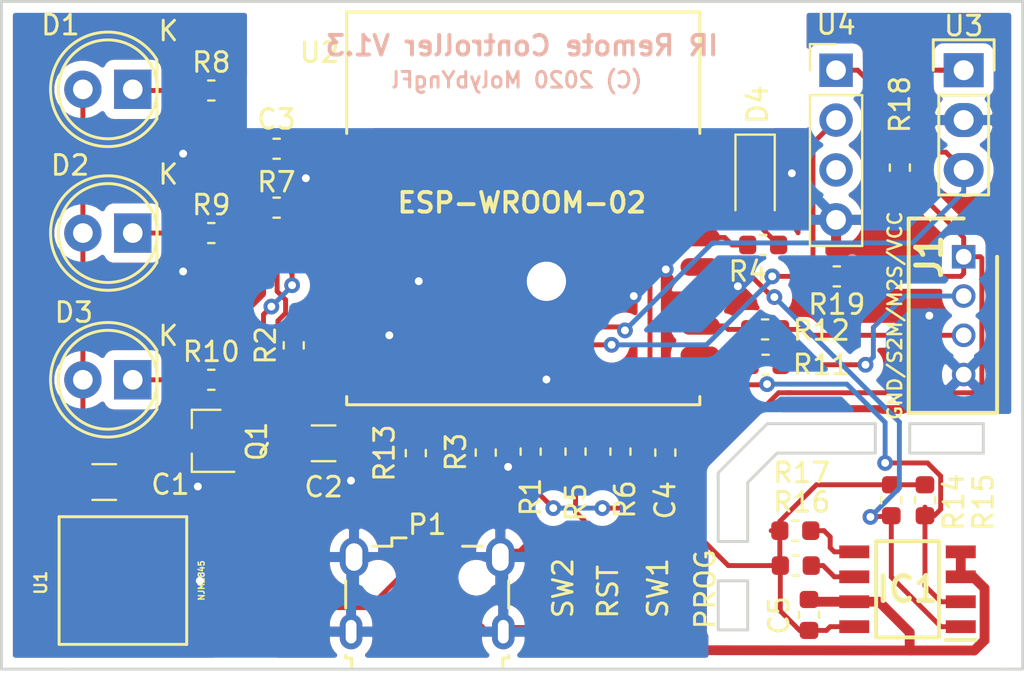
<source format=kicad_pcb>
(kicad_pcb (version 20171130) (host pcbnew "(5.1.5)-3")
  (layers (0 F.Cu signal) (31 B.Cu signal) (34 B.Paste user) (35 F.Paste user) (36 B.SilkS user) (37 F.SilkS user) (38 B.Mask user) (39 F.Mask user) (44 Edge.Cuts user))
  (net 0 "")
  (net 1 GND)
  (net 2 "Net-(C4-Pad1)")
  (net 3 "Net-(D1-Pad1)")
  (net 4 "Net-(D2-Pad1)")
  (net 5 "Net-(D3-Pad1)")
  (net 6 "Net-(Q1-Pad1)")
  (net 7 "Net-(Q1-Pad3)")
  (net 8 "Net-(R1-Pad2)")
  (net 9 "Net-(R2-Pad2)")
  (net 10 "Net-(R3-Pad1)")
  (net 11 "Net-(J1-Pad2)")
  (net 12 "Net-(J1-Pad3)")
  (net 13 "Net-(R12-Pad2)")
  (net 14 "Net-(R11-Pad2)")
  (net 15 "Net-(R13-Pad1)")
  (net 16 +5V)
  (net 17 +3V3)
  (net 18 "Net-(IC1-Pad1)")
  (net 19 "Net-(IC1-Pad2)")
  (net 20 "Net-(IC1-Pad5)")
  (net 21 "Net-(IC1-Pad6)")
  (net 22 "Net-(R5-Pad2)")
  (net 23 "Net-(D4-Pad1)")
  (net 24 "Net-(D4-Pad2)")
  (net 25 "Net-(R18-Pad2)")
  (net 26 "Net-(R19-Pad2)")
  (module SamacSys:SHDR4W60P0X200_1X4_990X450X600P (layer F.Cu) (at 178 82 90)
    (fp_text reference J1 (at 0 -1.75 90) (layer F.SilkS) (effects (font (size 1.27 1.27) (thickness 0.254))))
    (fp_text value "B4B-PH-K-S(LF)(SN)" hide)
    (pad 1 thru_hole rect (at 0 0 90) (size 1.2 1.2) (drill 0.8) (layers *.Cu *.Mask) (net 17 +3V3))
    (pad 2 thru_hole circle (at -2 0 90) (size 1.2 1.2) (drill 0.8) (layers *.Cu *.Mask) (net 11 "Net-(J1-Pad2)"))
    (pad 3 thru_hole circle (at -4 0 90) (size 1.2 1.2) (drill 0.8) (layers *.Cu *.Mask) (net 12 "Net-(J1-Pad3)"))
    (pad 4 thru_hole circle (at -6 0 90) (size 1.2 1.2) (drill 0.8) (layers *.Cu *.Mask) (net 1 GND))
  )
  (module Connector_PinHeader_2.54mm:PinHeader_1x04_P2.54mm_Vertical (layer F.Cu) (at 171.5 72.5)
    (fp_text reference U4 (at 0 -2.33) (layer F.SilkS))
    (fp_text value DHT11)
    (pad 4 thru_hole oval (at 0 7.62) (size 1.7 1.7) (drill 1) (layers *.Cu *.Mask) (net 1 GND))
    (pad 3 thru_hole oval (at 0 5.08) (size 1.7 1.7) (drill 1) (layers *.Cu *.Mask))
    (pad 2 thru_hole oval (at 0 2.54) (size 1.7 1.7) (drill 1) (layers *.Cu *.Mask) (net 26 "Net-(R19-Pad2)"))
    (pad 1 thru_hole rect (at 0 0) (size 1.7 1.7) (drill 1) (layers *.Cu *.Mask) (net 17 +3V3))
  )
  (module Resistor_SMD:R_0603_1608Metric (layer F.Cu) (at 171.5375 83 180)
    (fp_text reference R19 (at 0 -1.43) (layer F.SilkS))
    (fp_text value 10k)
    (pad 2 smd roundrect (at 0.7875 0 180) (size 0.875 0.95) (layers F.Cu F.Paste F.Mask) (net 26 "Net-(R19-Pad2)"))
    (pad 1 smd roundrect (at -0.7875 0 180) (size 0.875 0.95) (layers F.Cu F.Paste F.Mask) (net 17 +3V3))
  )
  (module Capacitor_SMD:C_0603_1608Metric (layer F.Cu) (at 143.0125 76.5 180)
    (fp_text reference C3 (at 0.0125 1.5) (layer F.SilkS))
    (fp_text value 0.1u)
    (pad 2 smd roundrect (at 0.7875 0 180) (size 0.875 0.95) (layers F.Cu F.Paste F.Mask) (net 1 GND))
    (pad 1 smd roundrect (at -0.7875 0 180) (size 0.875 0.95) (layers F.Cu F.Paste F.Mask) (net 17 +3V3))
  )
  (module Resistor_SMD:R_0603_1608Metric (layer F.Cu) (at 174.75 77.4625 90)
    (fp_text reference R18 (at 3.2125 0 90) (layer F.SilkS))
    (fp_text value 10k)
    (pad 1 smd roundrect (at -0.7875 0 90) (size 0.875 0.95) (layers F.Cu F.Paste F.Mask) (net 17 +3V3))
    (pad 2 smd roundrect (at 0.7875 0 90) (size 0.875 0.95) (layers F.Cu F.Paste F.Mask) (net 25 "Net-(R18-Pad2)"))
  )
  (module Connector_USB:USB_Micro-B_Wuerth_629105150521 (layer F.Cu) (at 150.679 99.142)
    (fp_text reference P1 (at 0 -3.5) (layer F.SilkS))
    (fp_text value ZX62R-B-5P)
    (pad 1 smd rect (at -1.3 -1.9) (size 0.45 1.3) (layers F.Cu F.Paste F.Mask) (net 16 +5V))
    (pad 2 smd rect (at -0.65 -1.9) (size 0.45 1.3) (layers F.Cu F.Paste F.Mask))
    (pad 3 smd rect (at 0 -1.9) (size 0.45 1.3) (layers F.Cu F.Paste F.Mask))
    (pad 4 smd rect (at 0.65 -1.9) (size 0.45 1.3) (layers F.Cu F.Paste F.Mask))
    (pad 5 smd rect (at 1.3 -1.9) (size 0.45 1.3) (layers F.Cu F.Paste F.Mask) (net 1 GND))
    (pad 6 thru_hole oval (at -3.725 -1.85) (size 1.45 2) (drill oval 0.85 1.4) (layers *.Cu *.Mask) (net 1 GND))
    (pad 6 thru_hole oval (at 3.725 -1.85) (size 1.45 2) (drill oval 0.85 1.4) (layers *.Cu *.Mask) (net 1 GND))
    (pad 6 thru_hole oval (at -3.875 1.95) (size 1.15 1.8) (drill oval 0.55 1.2) (layers *.Cu *.Mask) (net 1 GND))
    (pad 6 thru_hole oval (at 3.875 1.95) (size 1.15 1.8) (drill oval 0.55 1.2) (layers *.Cu *.Mask) (net 1 GND))
    (pad "" np_thru_hole oval (at -2.5 -0.8) (size 0.8 0.8) (drill 0.8) (layers *.Cu *.Mask))
    (pad "" np_thru_hole oval (at 2.5 -0.8) (size 0.8 0.8) (drill 0.8) (layers *.Cu *.Mask))
  )
  (module Resistor_SMD:R_0603_1608Metric (layer F.Cu) (at 150.1 92 270)
    (fp_text reference R13 (at 0 1.6 90) (layer F.SilkS))
    (fp_text value 22)
    (pad 1 smd roundrect (at -0.7875 0 270) (size 0.875 0.95) (layers F.Cu F.Paste F.Mask) (net 15 "Net-(R13-Pad1)"))
    (pad 2 smd roundrect (at 0.7875 0 270) (size 0.875 0.95) (layers F.Cu F.Paste F.Mask) (net 8 "Net-(R1-Pad2)"))
  )
  (module Resistor_SMD:R_0603_1608Metric (layer F.Cu) (at 160.52 91.9225 90)
    (fp_text reference R6 (at -2.4385 0.23 90) (layer F.SilkS))
    (fp_text value 10k)
    (pad 1 smd roundrect (at -0.7875 0 90) (size 0.875 0.95) (layers F.Cu F.Paste F.Mask) (net 17 +3V3))
    (pad 2 smd roundrect (at 0.7875 0 90) (size 0.875 0.95) (layers F.Cu F.Paste F.Mask) (net 2 "Net-(C4-Pad1)"))
  )
  (module Resistor_SMD:R_0603_1608Metric (layer F.Cu) (at 153.662 91.9735 270)
    (fp_text reference R3 (at -0.0255 1.524 90) (layer F.SilkS))
    (fp_text value 10k)
    (pad 2 smd roundrect (at 0.7875 0 270) (size 0.875 0.95) (layers F.Cu F.Paste F.Mask) (net 1 GND))
    (pad 1 smd roundrect (at -0.7875 0 270) (size 0.875 0.95) (layers F.Cu F.Paste F.Mask) (net 10 "Net-(R3-Pad1)"))
  )
  (module OriginalLibSw:SKRPACE010 (layer F.Cu) (at 157.599 98.933 270)
    (fp_text reference SW2 (at -0.06 0 270) (layer F.SilkS))
    (fp_text value SKRPACE010)
    (pad 4 smd rect (at 2.075 1.075 270) (size 1.05 0.65) (layers F.Cu F.Paste F.Mask) (net 1 GND))
    (pad 3 smd rect (at 2.075 -1.075 270) (size 1.05 0.65) (layers F.Cu F.Paste F.Mask) (net 22 "Net-(R5-Pad2)"))
    (pad 2 smd rect (at -2.075 1.075 270) (size 1.05 0.65) (layers F.Cu F.Paste F.Mask) (net 1 GND))
    (pad 1 smd rect (at -2.075 -1.075 270) (size 1.05 0.65) (layers F.Cu F.Paste F.Mask) (net 22 "Net-(R5-Pad2)"))
  )
  (module Capacitor_SMD:C_0603_1608Metric (layer F.Cu) (at 170.1225 100.241 90)
    (fp_text reference C5 (at -0.0255 -1.524 90) (layer F.SilkS))
    (fp_text value 0.1u)
    (pad 1 smd roundrect (at -0.7875 0 90) (size 0.875 0.95) (layers F.Cu F.Paste F.Mask) (net 17 +3V3))
    (pad 2 smd roundrect (at 0.7875 0 90) (size 0.875 0.95) (layers F.Cu F.Paste F.Mask) (net 1 GND))
  )
  (module Capacitor_SMD:C_0603_1608Metric (layer F.Cu) (at 162.806 91.9735 270)
    (fp_text reference C4 (at 2.4265 0.006 90) (layer F.SilkS))
    (fp_text value 0.1u)
    (pad 2 smd roundrect (at 0.7875 0 270) (size 0.875 0.95) (layers F.Cu F.Paste F.Mask) (net 1 GND))
    (pad 1 smd roundrect (at -0.7875 0 270) (size 0.875 0.95) (layers F.Cu F.Paste F.Mask) (net 2 "Net-(C4-Pad1)"))
  )
  (module Capacitor_SMD:C_1206_3216Metric (layer F.Cu) (at 145.404 91.5)
    (fp_text reference C2 (at 0 2.226) (layer F.SilkS))
    (fp_text value 22u)
    (pad 2 smd roundrect (at 1.4 0) (size 1.25 1.75) (layers F.Cu F.Paste F.Mask) (roundrect_rratio 0.2) (net 1 GND))
    (pad 1 smd roundrect (at -1.4 0) (size 1.25 1.75) (layers F.Cu F.Paste F.Mask) (roundrect_rratio 0.2) (net 17 +3V3))
  )
  (module Capacitor_SMD:C_1206_3216Metric (layer F.Cu) (at 134.234 93.472 180)
    (fp_text reference C1 (at -3.366 -0.128) (layer F.SilkS))
    (fp_text value 22u)
    (pad 2 smd roundrect (at 1.4 0 180) (size 1.25 1.75) (layers F.Cu F.Paste F.Mask) (roundrect_rratio 0.2) (net 1 GND))
    (pad 1 smd roundrect (at -1.4 0 180) (size 1.25 1.75) (layers F.Cu F.Paste F.Mask) (roundrect_rratio 0.2) (net 16 +5V))
  )
  (module Resistor_SMD:R_0603_1608Metric (layer F.Cu) (at 167.8875 85.7 180)
    (fp_text reference R12 (at -2.8625 -0.05) (layer F.SilkS))
    (fp_text value 22)
    (pad 2 smd roundrect (at 0.7875 0 180) (size 0.875 0.95) (layers F.Cu F.Paste F.Mask) (net 13 "Net-(R12-Pad2)"))
    (pad 1 smd roundrect (at -0.7875 0 180) (size 0.875 0.95) (layers F.Cu F.Paste F.Mask) (net 12 "Net-(J1-Pad3)"))
  )
  (module Resistor_SMD:R_0603_1608Metric (layer F.Cu) (at 139.6855 73.533)
    (fp_text reference R8 (at 0 -1.43) (layer F.SilkS))
    (fp_text value 22)
    (pad 1 smd roundrect (at -0.7875 0) (size 0.875 0.95) (layers F.Cu F.Paste F.Mask) (net 3 "Net-(D1-Pad1)"))
    (pad 2 smd roundrect (at 0.7875 0) (size 0.875 0.95) (layers F.Cu F.Paste F.Mask) (net 7 "Net-(Q1-Pad3)"))
  )
  (module OriginalLibSw:SKRPACE010 (layer F.Cu) (at 162.461 98.976 270)
    (fp_text reference SW1 (at -0.103 0.036 270) (layer F.SilkS))
    (fp_text value SKRPACE010)
    (pad 4 smd rect (at 2.075 1.075 270) (size 1.05 0.65) (layers F.Cu F.Paste F.Mask) (net 1 GND))
    (pad 3 smd rect (at 2.075 -1.075 270) (size 1.05 0.65) (layers F.Cu F.Paste F.Mask) (net 8 "Net-(R1-Pad2)"))
    (pad 2 smd rect (at -2.075 1.075 270) (size 1.05 0.65) (layers F.Cu F.Paste F.Mask) (net 1 GND))
    (pad 1 smd rect (at -2.075 -1.075 270) (size 1.05 0.65) (layers F.Cu F.Paste F.Mask) (net 8 "Net-(R1-Pad2)"))
  )
  (module LEDs:LED-5MM (layer F.Cu) (at 135.6855 88.265 180)
    (fp_text reference D3 (at 3 3.429 180) (layer F.SilkS))
    (fp_text value LED)
    (fp_text user K (at -1.808 2.242 180) (layer F.SilkS))
    (pad 2 thru_hole circle (at 2.54 0 180) (size 1.9 1.9) (drill 1.00076) (layers *.Cu *.Mask) (net 16 +5V))
    (pad 1 thru_hole rect (at 0 0 270) (size 2 1.9) (drill 1.00076) (layers *.Cu *.Mask) (net 5 "Net-(D3-Pad1)"))
  )
  (module LEDs:LED-5MM (layer F.Cu) (at 135.6855 73.47458 180)
    (fp_text reference D1 (at 3.6855 3.27458 180) (layer F.SilkS))
    (fp_text value LED)
    (fp_text user K (at -1.8145 2.97458 180) (layer F.SilkS))
    (pad 2 thru_hole circle (at 2.54 0 180) (size 1.9 1.9) (drill 1.00076) (layers *.Cu *.Mask) (net 16 +5V))
    (pad 1 thru_hole rect (at 0 0 270) (size 2 1.9) (drill 1.00076) (layers *.Cu *.Mask) (net 3 "Net-(D1-Pad1)"))
  )
  (module LEDs:LED-5MM (layer F.Cu) (at 135.6855 80.793 180)
    (fp_text reference D2 (at 3.192 3.45 180) (layer F.SilkS))
    (fp_text value LED)
    (fp_text user K (at -1.808 2.988 180) (layer F.SilkS))
    (pad 2 thru_hole circle (at 2.54 0 180) (size 1.9 1.9) (drill 1.00076) (layers *.Cu *.Mask) (net 16 +5V))
    (pad 1 thru_hole rect (at 0 0 270) (size 2 1.9) (drill 1.00076) (layers *.Cu *.Mask) (net 4 "Net-(D2-Pad1)"))
  )
  (module TO_SOT_Packages_SMD:SOT-23 (layer F.Cu) (at 139.454 91.374 180)
    (fp_text reference Q1 (at -2.546 -0.028 90) (layer F.SilkS))
    (fp_text value Q_NMOS)
    (pad 1 smd rect (at -1 -0.95 180) (size 0.9 0.8) (layers F.Cu F.Paste F.Mask) (net 6 "Net-(Q1-Pad1)"))
    (pad 2 smd rect (at -1 0.95 180) (size 0.9 0.8) (layers F.Cu F.Paste F.Mask) (net 1 GND))
    (pad 3 smd rect (at 1 0 180) (size 0.9 0.8) (layers F.Cu F.Paste F.Mask) (net 7 "Net-(Q1-Pad3)"))
  )
  (module TO-252-3:TO-252-3 (layer F.Cu) (at 135.1835 98.4885 90)
    (fp_text reference U1 (at -0.1115 -4.1835 90) (layer F.SilkS) (effects (font (size 0.59944 0.59944) (thickness 0.12446))))
    (fp_text value NJM2845 (at 0 4 90) (layer F.SilkS) (effects (font (size 0.29972 0.29972) (thickness 0.07112))))
    (pad VI smd rect (at -2.3 6.25 90) (size 2 2.5) (layers F.Cu F.Paste F.Mask) (net 16 +5V))
    (pad VO smd rect (at 2.3 6.25 90) (size 2 2.5) (layers F.Cu F.Paste F.Mask) (net 17 +3V3))
    (pad GND smd rect (at 0 0 90) (size 6 6) (layers F.Cu F.Paste F.Mask) (net 1 GND))
  )
  (module Socket_Strips:Socket_Strip_Straight_1x03 (layer F.Cu) (at 178 72.5 270)
    (fp_text reference U3 (at -2.25 0 180) (layer F.SilkS))
    (fp_text value IRSNS_GP1UXC41QS)
    (pad 1 thru_hole rect (at 0 0 270) (size 1.7272 2.032) (drill 1.016) (layers *.Cu *.Mask) (net 17 +3V3))
    (pad 2 thru_hole oval (at 2.54 0 270) (size 1.7272 2.032) (drill 1.016) (layers *.Cu *.Mask) (net 1 GND))
    (pad 3 thru_hole oval (at 5.08 0 270) (size 1.7272 2.032) (drill 1.016) (layers *.Cu *.Mask) (net 25 "Net-(R18-Pad2)"))
  )
  (module Resistor_SMD:R_0603_1608Metric (layer F.Cu) (at 155.948 91.9225 270)
    (fp_text reference R1 (at 2.3115 0 90) (layer F.SilkS))
    (fp_text value 10k)
    (pad 2 smd roundrect (at 0.7875 0 270) (size 0.875 0.95) (layers F.Cu F.Paste F.Mask) (net 8 "Net-(R1-Pad2)"))
    (pad 1 smd roundrect (at -0.7875 0 270) (size 0.875 0.95) (layers F.Cu F.Paste F.Mask) (net 17 +3V3))
  )
  (module Resistor_SMD:R_0603_1608Metric (layer F.Cu) (at 143.883 86.5125 90)
    (fp_text reference R2 (at 0 -1.43 90) (layer F.SilkS))
    (fp_text value 10k)
    (pad 1 smd roundrect (at -0.7875 0 90) (size 0.875 0.95) (layers F.Cu F.Paste F.Mask) (net 17 +3V3))
    (pad 2 smd roundrect (at 0.7875 0 90) (size 0.875 0.95) (layers F.Cu F.Paste F.Mask) (net 9 "Net-(R2-Pad2)"))
  )
  (module Resistor_SMD:R_0603_1608Metric (layer F.Cu) (at 158.234 91.9225 270)
    (fp_text reference R5 (at 2.5775 -0.016 90) (layer F.SilkS))
    (fp_text value 1k)
    (pad 2 smd roundrect (at 0.7875 0 270) (size 0.875 0.95) (layers F.Cu F.Paste F.Mask) (net 22 "Net-(R5-Pad2)"))
    (pad 1 smd roundrect (at -0.7875 0 270) (size 0.875 0.95) (layers F.Cu F.Paste F.Mask) (net 2 "Net-(C4-Pad1)"))
  )
  (module Resistor_SMD:R_0603_1608Metric (layer F.Cu) (at 143.0125 79.5 180)
    (fp_text reference R7 (at 0.0125 1.3) (layer F.SilkS))
    (fp_text value 10k)
    (pad 1 smd roundrect (at -0.7875 0 180) (size 0.875 0.95) (layers F.Cu F.Paste F.Mask) (net 6 "Net-(Q1-Pad1)"))
    (pad 2 smd roundrect (at 0.7875 0 180) (size 0.875 0.95) (layers F.Cu F.Paste F.Mask) (net 1 GND))
  )
  (module Resistor_SMD:R_0603_1608Metric (layer F.Cu) (at 139.6855 80.793)
    (fp_text reference R9 (at 0 -1.43) (layer F.SilkS))
    (fp_text value 22)
    (pad 1 smd roundrect (at -0.7875 0) (size 0.875 0.95) (layers F.Cu F.Paste F.Mask) (net 4 "Net-(D2-Pad1)"))
    (pad 2 smd roundrect (at 0.7875 0) (size 0.875 0.95) (layers F.Cu F.Paste F.Mask) (net 7 "Net-(Q1-Pad3)"))
  )
  (module Resistor_SMD:R_0603_1608Metric (layer F.Cu) (at 139.6855 88.265)
    (fp_text reference R10 (at 0 -1.43) (layer F.SilkS))
    (fp_text value 22)
    (pad 1 smd roundrect (at -0.7875 0) (size 0.875 0.95) (layers F.Cu F.Paste F.Mask) (net 5 "Net-(D3-Pad1)"))
    (pad 2 smd roundrect (at 0.7875 0) (size 0.875 0.95) (layers F.Cu F.Paste F.Mask) (net 7 "Net-(Q1-Pad3)"))
  )
  (module Resistor_SMD:R_0603_1608Metric (layer F.Cu) (at 167.9125 87.5 180)
    (fp_text reference R11 (at -2.8375 0) (layer F.SilkS))
    (fp_text value 22)
    (pad 1 smd roundrect (at -0.7875 0 180) (size 0.875 0.95) (layers F.Cu F.Paste F.Mask) (net 11 "Net-(J1-Pad2)"))
    (pad 2 smd roundrect (at 0.7875 0 180) (size 0.875 0.95) (layers F.Cu F.Paste F.Mask) (net 14 "Net-(R11-Pad2)"))
  )
  (module ESP-WROOM-02:ESP-13-WROOM-02 (layer F.Cu) (at 146.58 76.52)
    (fp_text reference U2 (at -1.38 -4.92) (layer F.SilkS))
    (fp_text value ESP-13-WROOM-02)
    (pad 10 smd oval (at 18 12) (size 2 0.9) (layers F.Cu F.Paste F.Mask) (net 19 "Net-(IC1-Pad2)"))
    (pad 9 smd oval (at 0 12) (size 2 0.9) (layers F.Cu F.Paste F.Mask) (net 1 GND))
    (pad 1 smd rect (at 0 0) (size 2 0.9) (layers F.Cu F.Paste F.Mask) (net 17 +3V3))
    (pad 2 smd oval (at 0 1.5) (size 2 0.9) (layers F.Cu F.Paste F.Mask) (net 17 +3V3))
    (pad 3 smd oval (at 0 3) (size 2 0.9) (layers F.Cu F.Paste F.Mask) (net 6 "Net-(Q1-Pad1)"))
    (pad 4 smd oval (at 0 4.5) (size 2 0.9) (layers F.Cu F.Paste F.Mask) (net 25 "Net-(R18-Pad2)"))
    (pad 5 smd oval (at 0 6) (size 2 0.9) (layers F.Cu F.Paste F.Mask) (net 26 "Net-(R19-Pad2)"))
    (pad 6 smd oval (at 0 7.5) (size 2 0.9) (layers F.Cu F.Paste F.Mask) (net 10 "Net-(R3-Pad1)"))
    (pad 7 smd oval (at 0 9) (size 2 0.9) (layers F.Cu F.Paste F.Mask) (net 9 "Net-(R2-Pad2)"))
    (pad 8 smd oval (at 0 10.5) (size 2 0.9) (layers F.Cu F.Paste F.Mask) (net 15 "Net-(R13-Pad1)"))
    (pad 11 smd oval (at 18 10.5) (size 2 0.9) (layers F.Cu F.Paste F.Mask) (net 14 "Net-(R11-Pad2)"))
    (pad 12 smd oval (at 18 9) (size 2 0.9) (layers F.Cu F.Paste F.Mask) (net 13 "Net-(R12-Pad2)"))
    (pad 13 smd oval (at 18 7.5) (size 2 0.9) (layers F.Cu F.Paste F.Mask) (net 1 GND))
    (pad 14 smd oval (at 18 6) (size 2 0.9) (layers F.Cu F.Paste F.Mask) (net 18 "Net-(IC1-Pad1)"))
    (pad 15 smd oval (at 18 4.5) (size 2 0.9) (layers F.Cu F.Paste F.Mask) (net 2 "Net-(C4-Pad1)"))
    (pad 16 smd oval (at 18 3) (size 2 0.9) (layers F.Cu F.Paste F.Mask))
    (pad 17 smd oval (at 18 1.5) (size 2 0.9) (layers F.Cu F.Paste F.Mask) (net 23 "Net-(D4-Pad1)"))
    (pad 18 smd oval (at 18 0) (size 2 0.9) (layers F.Cu F.Paste F.Mask) (net 1 GND))
    (pad PAD smd rect (at 10.12 6.58) (size 4.3 4.3) (layers F.Cu F.Paste F.Mask) (net 1 GND))
  )
  (module SamacSys:SOIC127P600X175-8N (layer F.Cu) (at 175.139 98.933 180)
    (fp_text reference IC1 (at 0 0) (layer F.SilkS) (effects (font (size 1.27 1.27) (thickness 0.254))))
    (fp_text value ADT7410TRZ hide)
    (pad 1 smd rect (at -2.712 -1.905 270) (size 0.65 1.525) (layers F.Cu F.Paste F.Mask) (net 18 "Net-(IC1-Pad1)"))
    (pad 2 smd rect (at -2.712 -0.635 270) (size 0.65 1.525) (layers F.Cu F.Paste F.Mask) (net 19 "Net-(IC1-Pad2)"))
    (pad 3 smd rect (at -2.712 0.635 270) (size 0.65 1.525) (layers F.Cu F.Paste F.Mask) (net 1 GND))
    (pad 4 smd rect (at -2.712 1.905 270) (size 0.65 1.525) (layers F.Cu F.Paste F.Mask) (net 1 GND))
    (pad 5 smd rect (at 2.712 1.905 270) (size 0.65 1.525) (layers F.Cu F.Paste F.Mask) (net 20 "Net-(IC1-Pad5)"))
    (pad 6 smd rect (at 2.712 0.635 270) (size 0.65 1.525) (layers F.Cu F.Paste F.Mask) (net 21 "Net-(IC1-Pad6)"))
    (pad 7 smd rect (at 2.712 -0.635 270) (size 0.65 1.525) (layers F.Cu F.Paste F.Mask) (net 1 GND))
    (pad 8 smd rect (at 2.712 -1.905 270) (size 0.65 1.525) (layers F.Cu F.Paste F.Mask) (net 17 +3V3))
  )
  (module Resistor_SMD:R_0603_1608Metric (layer F.Cu) (at 167.7875 81.4)
    (fp_text reference R4 (at -0.7875 1.35) (layer F.SilkS))
    (fp_text value 1k)
    (pad 1 smd roundrect (at -0.7875 0) (size 0.875 0.95) (layers F.Cu F.Paste F.Mask) (net 2 "Net-(C4-Pad1)"))
    (pad 2 smd roundrect (at 0.7875 0) (size 0.875 0.95) (layers F.Cu F.Paste F.Mask) (net 24 "Net-(D4-Pad2)"))
  )
  (module Resistor_SMD:R_0603_1608Metric (layer F.Cu) (at 174.3135 94.399 270)
    (fp_text reference R14 (at 0.101 -3.1865 90) (layer F.SilkS))
    (fp_text value 10k)
    (pad 2 smd roundrect (at 0.7875 0 270) (size 0.875 0.95) (layers F.Cu F.Paste F.Mask) (net 18 "Net-(IC1-Pad1)"))
    (pad 1 smd roundrect (at -0.7875 0 270) (size 0.875 0.95) (layers F.Cu F.Paste F.Mask) (net 17 +3V3))
  )
  (module Resistor_SMD:R_0603_1608Metric (layer F.Cu) (at 176.028 94.399 270)
    (fp_text reference R15 (at 0.101 -2.972 90) (layer F.SilkS))
    (fp_text value 10k)
    (pad 1 smd roundrect (at -0.7875 0 270) (size 0.875 0.95) (layers F.Cu F.Paste F.Mask) (net 17 +3V3))
    (pad 2 smd roundrect (at 0.7875 0 270) (size 0.875 0.95) (layers F.Cu F.Paste F.Mask) (net 19 "Net-(IC1-Pad2)"))
  )
  (module Resistor_SMD:R_0603_1608Metric (layer F.Cu) (at 169.4495 97.7265)
    (fp_text reference R16 (at 0.3005 -3.2265) (layer F.SilkS))
    (fp_text value 10k)
    (pad 1 smd roundrect (at -0.7875 0) (size 0.875 0.95) (layers F.Cu F.Paste F.Mask) (net 17 +3V3))
    (pad 2 smd roundrect (at 0.7875 0) (size 0.875 0.95) (layers F.Cu F.Paste F.Mask) (net 21 "Net-(IC1-Pad6)"))
  )
  (module Resistor_SMD:R_0603_1608Metric (layer F.Cu) (at 169.424 95.9485)
    (fp_text reference R17 (at 0.326 -2.9485) (layer F.SilkS))
    (fp_text value 10k)
    (pad 2 smd roundrect (at 0.7875 0) (size 0.875 0.95) (layers F.Cu F.Paste F.Mask) (net 20 "Net-(IC1-Pad5)"))
    (pad 1 smd roundrect (at -0.7875 0) (size 0.875 0.95) (layers F.Cu F.Paste F.Mask) (net 17 +3V3))
  )
  (module Diode_SMD:D_SOD-123F (layer F.Cu) (at 167.378 77.981 270)
    (fp_text reference D4 (at -3.731 -0.122 90) (layer F.SilkS))
    (fp_text value D)
    (pad 1 smd rect (at -1.4 0 270) (size 1.1 1.1) (layers F.Cu F.Paste F.Mask) (net 23 "Net-(D4-Pad1)"))
    (pad 2 smd rect (at 1.4 0 270) (size 1.1 1.1) (layers F.Cu F.Paste F.Mask) (net 24 "Net-(D4-Pad2)"))
  )
  (gr_line (start 179 90.5) (end 175.25 90.5) (layer Edge.Cuts) (width 0.15))
  (gr_line (start 179 92) (end 179 90.5) (layer Edge.Cuts) (width 0.15))
  (gr_line (start 175.25 92) (end 179 92) (layer Edge.Cuts) (width 0.15))
  (gr_line (start 175.25 90.5) (end 175.25 92) (layer Edge.Cuts) (width 0.15))
  (gr_line (start 165.5 98.5) (end 165.5 101) (layer Edge.Cuts) (width 0.15))
  (gr_line (start 167 98.5) (end 165.5 98.5) (layer Edge.Cuts) (width 0.15))
  (gr_line (start 167 101) (end 167 98.5) (layer Edge.Cuts) (width 0.15))
  (gr_line (start 165.5 101) (end 167 101) (layer Edge.Cuts) (width 0.15))
  (gr_line (start 168.5 92) (end 167 93.5) (layer Edge.Cuts) (width 0.15))
  (gr_line (start 167 96.5) (end 167 93.5) (layer Edge.Cuts) (width 0.15))
  (gr_line (start 165.5 96.5) (end 167 96.5) (layer Edge.Cuts) (width 0.15))
  (gr_line (start 165.5 93) (end 165.5 96.5) (layer Edge.Cuts) (width 0.15))
  (gr_line (start 173.5 90.5) (end 173.5 92) (layer Edge.Cuts) (width 0.15))
  (gr_line (start 168 90.5) (end 173.5 90.5) (layer Edge.Cuts) (width 0.15))
  (gr_line (start 173.5 92) (end 168.5 92) (layer Edge.Cuts) (width 0.15))
  (gr_line (start 165.5 93) (end 168 90.5) (layer Edge.Cuts) (width 0.15))
  (gr_line (start 129 103) (end 132.5 103) (layer Edge.Cuts) (width 0.15))
  (gr_line (start 180 103) (end 181 103) (layer Edge.Cuts) (width 0.15))
  (gr_line (start 132.5 69) (end 131.5 69) (layer Edge.Cuts) (width 0.15))
  (gr_line (start 181 69) (end 180 69) (layer Edge.Cuts) (width 0.15))
  (gr_line (start 181 103) (end 181 69) (layer Edge.Cuts) (width 0.15))
  (gr_line (start 132.5 69) (end 180 69) (angle 90) (layer Edge.Cuts) (width 0.15))
  (gr_line (start 131.5 69) (end 129 69) (layer Edge.Cuts) (width 0.15))
  (gr_text PROG (at 164.838 98.933 90) (layer F.SilkS) (effects (font (size 1 1))))
  (gr_text RST (at 159.885 99.06 90) (layer F.SilkS) (effects (font (size 1 1))))
  (gr_line (start 129 69) (end 129 103) (layer Edge.Cuts) (width 0.15))
  (gr_text ESP-WROOM-02 (at 155.5 79.25) (layer F.SilkS) (effects (font (size 1 1) (thickness 0.2))))
  (gr_text GND/S2M/M2S/VCC (at 174.5 85 90) (layer F.SilkS) (effects (font (size 0.7 0.7) (thickness 0.125))))
  (gr_text "(C) 2020 MolybYngFl" (at 155.25 73) (layer B.SilkS) (effects (font (size 0.8 0.8)) (justify mirror)))
  (gr_text "IR Remote Controller V1.3" (at 155.5 71.25) (layer B.SilkS) (effects (font (size 1 1) (thickness 0.2)) (justify mirror)))
  (gr_line (start 180 103) (end 132.5 103) (angle 90) (layer Edge.Cuts) (width 0.15))
  (segment (start 164.586 84) (end 164.5 84) (width 0.5) (layer F.Cu) (net 1))
  (segment (start 163.08 76.52) (end 163.06 76.5) (width 0.5) (layer F.Cu) (net 1))
  (segment (start 164.58 76.52) (end 163.08 76.52) (width 0.5) (layer F.Cu) (net 1))
  (segment (start 163.06 76.5) (end 159.5 76.5) (width 0.5) (layer F.Cu) (net 1))
  (segment (start 156.7 79.3) (end 156.7 83.05) (width 0.5) (layer F.Cu) (net 1))
  (segment (start 159.5 76.5) (end 156.7 79.3) (width 0.5) (layer F.Cu) (net 1))
  (segment (start 156.459 101.073) (end 156.524 101.008) (width 0.5) (layer F.Cu) (net 1))
  (segment (start 156.524 101.208) (end 157.349 102.033) (width 0.5) (layer F.Cu) (net 1))
  (segment (start 156.524 101.008) (end 156.524 101.208) (width 0.5) (layer F.Cu) (net 1))
  (segment (start 161.386 96.901) (end 161.386 101.051) (width 0.5) (layer F.Cu) (net 1))
  (segment (start 146.804 88.744) (end 146.58 88.52) (width 0.5) (layer F.Cu) (net 1))
  (segment (start 146.804 91.5) (end 146.804 88.744) (width 0.5) (layer F.Cu) (net 1))
  (segment (start 161.431 101.096) (end 161.386 101.051) (width 0.5) (layer F.Cu) (net 1))
  (segment (start 161.431 102.033) (end 161.431 101.096) (width 0.5) (layer F.Cu) (net 1))
  (segment (start 157.349 102.033) (end 161.431 102.033) (width 0.5) (layer F.Cu) (net 1))
  (segment (start 154.638 101.008) (end 154.554 101.092) (width 0.5) (layer F.Cu) (net 1))
  (segment (start 156.524 101.008) (end 154.638 101.008) (width 0.5) (layer F.Cu) (net 1))
  (segment (start 155.699 96.858) (end 155.44 97.117) (width 0.5) (layer F.Cu) (net 1))
  (segment (start 156.524 96.858) (end 155.699 96.858) (width 0.5) (layer F.Cu) (net 1))
  (segment (start 154.579 97.117) (end 154.404 97.292) (width 0.5) (layer F.Cu) (net 1))
  (segment (start 155.44 97.117) (end 154.579 97.117) (width 0.5) (layer F.Cu) (net 1))
  (segment (start 135.1835 96.6965) (end 135.1835 98.4885) (width 0.5) (layer F.Cu) (net 1))
  (segment (start 132.834 94.347) (end 135.1835 96.6965) (width 0.5) (layer F.Cu) (net 1))
  (segment (start 132.834 93.472) (end 132.834 94.347) (width 0.5) (layer F.Cu) (net 1))
  (segment (start 153.729 101.092) (end 154.554 101.092) (width 0.25) (layer F.Cu) (net 1))
  (segment (start 151.979 99.342) (end 153.729 101.092) (width 0.25) (layer F.Cu) (net 1))
  (segment (start 151.979 97.242) (end 151.979 99.342) (width 0.25) (layer F.Cu) (net 1))
  (segment (start 170.237 99.568) (end 170.1225 99.4535) (width 0.5) (layer F.Cu) (net 1))
  (segment (start 172.427 99.568) (end 170.237 99.568) (width 0.5) (layer F.Cu) (net 1))
  (segment (start 177.851 97.028) (end 177.851 98.298) (width 0.5) (layer F.Cu) (net 1))
  (segment (start 142.225 76.5) (end 142.225 79.5) (width 0.5) (layer F.Cu) (net 1))
  (via (at 154.8 92.7) (size 0.8) (drill 0.4) (layers F.Cu B.Cu) (net 1))
  (segment (start 153.662 92.761) (end 154.739 92.761) (width 0.5) (layer F.Cu) (net 1))
  (segment (start 154.739 92.761) (end 154.8 92.7) (width 0.5) (layer F.Cu) (net 1))
  (segment (start 154.8 92.7) (end 154.8 95) (width 0.5) (layer B.Cu) (net 1))
  (segment (start 154.404 95.396) (end 154.404 97.292) (width 0.5) (layer B.Cu) (net 1))
  (segment (start 154.8 95) (end 154.404 95.396) (width 0.5) (layer B.Cu) (net 1))
  (via (at 161.2 84) (size 0.8) (drill 0.4) (layers F.Cu B.Cu) (net 1))
  (segment (start 160.3 83.1) (end 161.2 84) (width 0.5) (layer F.Cu) (net 1))
  (segment (start 156.7 83.1) (end 160.3 83.1) (width 0.5) (layer F.Cu) (net 1))
  (segment (start 140.504 90.424) (end 140.454 90.424) (width 0.5) (layer F.Cu) (net 1))
  (segment (start 142.225 79.5) (end 142.225 83.855685) (width 0.5) (layer F.Cu) (net 1))
  (segment (start 146.804 91.5) (end 146.804 93.396) (width 0.5) (layer F.Cu) (net 1))
  (via (at 146.8 93.4) (size 0.8) (drill 0.4) (layers F.Cu B.Cu) (net 1))
  (segment (start 146.804 93.396) (end 146.8 93.4) (width 0.5) (layer F.Cu) (net 1))
  (segment (start 146.8 93.4) (end 146.8 95.4) (width 0.5) (layer B.Cu) (net 1))
  (segment (start 146.954 95.554) (end 146.954 97.292) (width 0.5) (layer B.Cu) (net 1))
  (segment (start 146.8 95.4) (end 146.954 95.554) (width 0.5) (layer B.Cu) (net 1))
  (segment (start 153.479 101.092) (end 146.804 101.092) (width 0.5) (layer B.Cu) (net 1))
  (segment (start 154.554 101.092) (end 153.479 101.092) (width 0.5) (layer B.Cu) (net 1))
  (segment (start 146.804 97.442) (end 146.954 97.292) (width 0.5) (layer B.Cu) (net 1))
  (segment (start 146.804 101.092) (end 146.804 97.442) (width 0.5) (layer B.Cu) (net 1))
  (segment (start 154.554 97.442) (end 154.404 97.292) (width 0.5) (layer B.Cu) (net 1))
  (segment (start 154.554 101.092) (end 154.554 97.442) (width 0.5) (layer B.Cu) (net 1))
  (segment (start 172.427 99.568) (end 173.6895 99.568) (width 0.5) (layer F.Cu) (net 1))
  (segment (start 161.431 102.033) (end 175.25 102.05) (width 0.5) (layer F.Cu) (net 1))
  (segment (start 175.25 101.1285) (end 175.25 102.05) (width 0.5) (layer F.Cu) (net 1))
  (segment (start 173.6895 99.568) (end 175.25 101.1285) (width 0.5) (layer F.Cu) (net 1))
  (via (at 138.25 82.75) (size 0.8) (drill 0.4) (layers F.Cu B.Cu) (net 1))
  (segment (start 138.399999 82.600001) (end 138.25 82.75) (width 0.5) (layer B.Cu) (net 1))
  (via (at 138.25 76.75) (size 0.8) (drill 0.4) (layers F.Cu B.Cu) (net 1))
  (segment (start 138.25 82.75) (end 138.25 76.75) (width 0.5) (layer B.Cu) (net 1))
  (via (at 148.75 86) (size 0.8) (drill 0.4) (layers F.Cu B.Cu) (net 1))
  (segment (start 149.850001 82.600001) (end 149.850001 80.100001) (width 0.5) (layer B.Cu) (net 1))
  (via (at 144.5 78) (size 0.8) (drill 0.4) (layers F.Cu B.Cu) (net 1))
  (segment (start 149.850001 80.100001) (end 147.75 78) (width 0.5) (layer B.Cu) (net 1))
  (segment (start 147.75 78) (end 144.5 78) (width 0.5) (layer B.Cu) (net 1))
  (segment (start 149.850001 82.600001) (end 144.600001 82.600001) (width 0.5) (layer B.Cu) (net 1))
  (segment (start 144.600001 82.600001) (end 138.399999 82.600001) (width 0.5) (layer B.Cu) (net 1))
  (segment (start 156.7 83.05) (end 156.7 83.1) (width 0.5) (layer F.Cu) (net 1))
  (via (at 156.75 83.25) (size 4) (drill 2) (layers F.Cu B.Cu) (net 1))
  (segment (start 150.39501 83.1) (end 150.25 83.24501) (width 0.5) (layer F.Cu) (net 1))
  (segment (start 156.7 83.1) (end 150.39501 83.1) (width 0.5) (layer F.Cu) (net 1))
  (segment (start 149.850001 82.845011) (end 150.25 83.24501) (width 0.5) (layer B.Cu) (net 1))
  (segment (start 149.850001 82.600001) (end 149.850001 82.845011) (width 0.5) (layer B.Cu) (net 1))
  (via (at 150.25 83.24501) (size 0.8) (drill 0.4) (layers F.Cu B.Cu) (net 1))
  (segment (start 148.75 84.74501) (end 150.25 83.24501) (width 0.5) (layer B.Cu) (net 1))
  (segment (start 148.75 86) (end 148.75 84.74501) (width 0.5) (layer B.Cu) (net 1))
  (segment (start 162.555806 82.644194) (end 162.830487 82.644194) (width 0.5) (layer B.Cu) (net 1))
  (via (at 162.830487 82.644194) (size 0.8) (drill 0.4) (layers F.Cu B.Cu) (net 1))
  (segment (start 163.08 84.02) (end 162.830487 83.770487) (width 0.5) (layer F.Cu) (net 1))
  (segment (start 164.58 84.02) (end 163.08 84.02) (width 0.5) (layer F.Cu) (net 1))
  (segment (start 162.830487 83.770487) (end 162.830487 82.644194) (width 0.5) (layer F.Cu) (net 1))
  (segment (start 161.2 84) (end 162.555806 82.644194) (width 0.5) (layer B.Cu) (net 1))
  (via (at 156.75 88.25) (size 0.8) (drill 0.4) (layers F.Cu B.Cu) (net 1))
  (segment (start 156.75 83.25) (end 156.75 88.25) (width 0.5) (layer B.Cu) (net 1))
  (segment (start 178 88) (end 178.25 88) (width 0.5) (layer B.Cu) (net 1))
  (via (at 176.25 85) (size 0.8) (drill 0.4) (layers F.Cu B.Cu) (net 1))
  (segment (start 178 88) (end 176.25 86.25) (width 0.5) (layer B.Cu) (net 1))
  (segment (start 176.25 86.25) (end 176.25 85) (width 0.5) (layer B.Cu) (net 1))
  (via (at 169.25 77.75) (size 0.8) (drill 0.4) (layers F.Cu B.Cu) (net 1))
  (segment (start 171.5 80.12) (end 171.5 80) (width 0.5) (layer B.Cu) (net 1))
  (segment (start 171.5 80) (end 169.25 77.75) (width 0.5) (layer B.Cu) (net 1))
  (segment (start 162.830487 83.209879) (end 162.830487 82.644194) (width 0.5) (layer F.Cu) (net 1))
  (segment (start 162.830487 88.593293) (end 162.830487 83.209879) (width 0.5) (layer F.Cu) (net 1))
  (segment (start 163.73101 89.493816) (end 162.830487 88.593293) (width 0.5) (layer F.Cu) (net 1))
  (segment (start 163.73101 92.31099) (end 163.73101 89.493816) (width 0.5) (layer F.Cu) (net 1))
  (segment (start 163.281 92.761) (end 163.73101 92.31099) (width 0.5) (layer F.Cu) (net 1))
  (segment (start 162.806 92.761) (end 163.281 92.761) (width 0.5) (layer F.Cu) (net 1))
  (via (at 139.1 98.5) (size 0.8) (drill 0.4) (layers F.Cu B.Cu) (net 1))
  (via (at 139 93.7) (size 0.8) (drill 0.4) (layers F.Cu B.Cu) (net 1))
  (segment (start 139.504 93.196) (end 139 93.7) (width 0.5) (layer F.Cu) (net 1))
  (segment (start 139.1 98.5) (end 135.195 98.5) (width 0.5) (layer F.Cu) (net 1))
  (segment (start 140.454 90.424) (end 140.404 90.424) (width 0.5) (layer F.Cu) (net 1))
  (segment (start 135.195 98.5) (end 135.1835 98.4885) (width 0.5) (layer F.Cu) (net 1))
  (segment (start 139 98.4) (end 139.1 98.5) (width 0.5) (layer B.Cu) (net 1))
  (segment (start 139 93.7) (end 139 98.4) (width 0.5) (layer B.Cu) (net 1))
  (segment (start 141.404 90.424) (end 141.5 90.328) (width 0.5) (layer F.Cu) (net 1))
  (segment (start 140.454 90.424) (end 141.404 90.424) (width 0.5) (layer F.Cu) (net 1))
  (segment (start 141.5 84.580685) (end 142.225 83.855685) (width 0.5) (layer F.Cu) (net 1))
  (segment (start 141.5 90.328) (end 141.5 84.580685) (width 0.5) (layer F.Cu) (net 1))
  (segment (start 139.504 91.613998) (end 139.867998 91.25) (width 0.5) (layer F.Cu) (net 1))
  (segment (start 139.504 93.196) (end 139.504 91.613998) (width 0.5) (layer F.Cu) (net 1))
  (segment (start 139.867998 91.25) (end 140.25 91.25) (width 0.5) (layer F.Cu) (net 1))
  (segment (start 140.454 91.046) (end 140.454 90.424) (width 0.5) (layer F.Cu) (net 1))
  (segment (start 140.25 91.25) (end 140.454 91.046) (width 0.5) (layer F.Cu) (net 1))
  (via (at 166.5 83.5) (size 0.8) (drill 0.4) (layers F.Cu B.Cu) (net 1))
  (segment (start 164.58 84.02) (end 165.98 84.02) (width 0.5) (layer F.Cu) (net 1))
  (segment (start 165.98 84.02) (end 166.5 83.5) (width 0.5) (layer F.Cu) (net 1))
  (segment (start 179.063501 101.523001) (end 179.063501 98.882999) (width 0.5) (layer F.Cu) (net 1))
  (segment (start 178.536502 102.05) (end 179.063501 101.523001) (width 0.5) (layer F.Cu) (net 1))
  (segment (start 178.478502 98.298) (end 177.851 98.298) (width 0.5) (layer F.Cu) (net 1))
  (segment (start 179.063501 98.882999) (end 178.478502 98.298) (width 0.5) (layer F.Cu) (net 1))
  (segment (start 175.25 102.05) (end 178.536502 102.05) (width 0.5) (layer F.Cu) (net 1))
  (segment (start 160.571 91.186) (end 160.52 91.135) (width 0.25) (layer F.Cu) (net 2))
  (segment (start 162.806 91.186) (end 160.571 91.186) (width 0.25) (layer F.Cu) (net 2))
  (segment (start 160.52 91.135) (end 158.234 91.135) (width 0.25) (layer F.Cu) (net 2))
  (segment (start 166.21 81.4) (end 167 81.4) (width 0.25) (layer F.Cu) (net 2))
  (segment (start 164.58 81.02) (end 165.83 81.02) (width 0.25) (layer F.Cu) (net 2))
  (segment (start 165.83 81.02) (end 166.21 81.4) (width 0.25) (layer F.Cu) (net 2))
  (segment (start 163.33 81.02) (end 162.024999 82.325001) (width 0.25) (layer F.Cu) (net 2))
  (segment (start 162.331 91.186) (end 162.806 91.186) (width 0.25) (layer F.Cu) (net 2))
  (segment (start 164.58 81.02) (end 163.33 81.02) (width 0.25) (layer F.Cu) (net 2))
  (segment (start 162.024999 82.325001) (end 162.024999 90.879999) (width 0.25) (layer F.Cu) (net 2))
  (segment (start 162.024999 90.879999) (end 162.331 91.186) (width 0.25) (layer F.Cu) (net 2))
  (segment (start 135.74392 73.533) (end 135.6855 73.47458) (width 0.25) (layer F.Cu) (net 3))
  (segment (start 138.898 73.533) (end 135.74392 73.533) (width 0.25) (layer F.Cu) (net 3))
  (segment (start 138.9355 80.793) (end 135.6855 80.793) (width 0.25) (layer F.Cu) (net 4))
  (segment (start 138.898 88.265) (end 135.6855 88.265) (width 0.25) (layer F.Cu) (net 5))
  (segment (start 143.82 79.52) (end 143.8 79.5) (width 0.25) (layer F.Cu) (net 6))
  (segment (start 146.58 79.52) (end 143.82 79.52) (width 0.25) (layer F.Cu) (net 6))
  (segment (start 142.343656 84.939125) (end 142.743655 84.539126) (width 0.25) (layer F.Cu) (net 6))
  (segment (start 142.343656 91.134344) (end 142.343656 84.939125) (width 0.25) (layer F.Cu) (net 6))
  (via (at 142.743655 84.539126) (size 0.8) (drill 0.4) (layers F.Cu B.Cu) (net 6))
  (segment (start 141.154 92.324) (end 142.343656 91.134344) (width 0.25) (layer F.Cu) (net 6))
  (segment (start 140.454 92.324) (end 141.154 92.324) (width 0.25) (layer F.Cu) (net 6))
  (segment (start 143.8 83.482781) (end 143.8 83.450011) (width 0.25) (layer B.Cu) (net 6))
  (via (at 143.8 83.450011) (size 0.8) (drill 0.4) (layers F.Cu B.Cu) (net 6))
  (segment (start 142.743655 84.539126) (end 143.8 83.482781) (width 0.25) (layer B.Cu) (net 6))
  (segment (start 143.774999 80.000001) (end 143.774999 82.859325) (width 0.25) (layer F.Cu) (net 6))
  (segment (start 143.774999 82.859325) (end 143.8 82.884326) (width 0.25) (layer F.Cu) (net 6))
  (segment (start 143.8 79.975) (end 143.774999 80.000001) (width 0.25) (layer F.Cu) (net 6))
  (segment (start 143.8 79.5) (end 143.8 79.975) (width 0.25) (layer F.Cu) (net 6))
  (segment (start 143.8 82.884326) (end 143.8 83.450011) (width 0.25) (layer F.Cu) (net 6))
  (segment (start 138.454 90.474) (end 139.178 89.75) (width 0.5) (layer F.Cu) (net 7))
  (segment (start 138.454 91.374) (end 138.454 90.474) (width 0.5) (layer F.Cu) (net 7))
  (segment (start 140.473 88.74) (end 140.473 88.265) (width 0.5) (layer F.Cu) (net 7))
  (segment (start 139.463 89.75) (end 140.473 88.74) (width 0.5) (layer F.Cu) (net 7))
  (segment (start 139.178 89.75) (end 139.463 89.75) (width 0.5) (layer F.Cu) (net 7))
  (segment (start 140.473 87.79) (end 140.473 80.793) (width 0.5) (layer F.Cu) (net 7))
  (segment (start 140.473 88.265) (end 140.473 87.79) (width 0.5) (layer F.Cu) (net 7))
  (segment (start 140.473 73.533) (end 140.473 80.793) (width 0.5) (layer F.Cu) (net 7))
  (segment (start 163.536 101.051) (end 163.536 96.901) (width 0.25) (layer F.Cu) (net 8))
  (segment (start 155.948 93.1475) (end 155.948 92.71) (width 0.25) (layer F.Cu) (net 8))
  (via (at 157.1 94.8) (size 0.8) (drill 0.4) (layers F.Cu B.Cu) (net 8))
  (segment (start 155.948 92.71) (end 155.948 93.648) (width 0.25) (layer F.Cu) (net 8))
  (segment (start 155.948 93.648) (end 157.1 94.8) (width 0.25) (layer F.Cu) (net 8))
  (via (at 159.6 94.8) (size 0.8) (drill 0.4) (layers F.Cu B.Cu) (net 8))
  (segment (start 157.1 94.8) (end 159.6 94.8) (width 0.25) (layer B.Cu) (net 8))
  (segment (start 159.6 94.8) (end 162.21 94.8) (width 0.25) (layer F.Cu) (net 8))
  (segment (start 162.21 94.8) (end 163.536 96.126) (width 0.25) (layer F.Cu) (net 8))
  (segment (start 163.536 96.126) (end 163.536 96.901) (width 0.25) (layer F.Cu) (net 8))
  (segment (start 151.31101 93.52351) (end 155.82351 93.52351) (width 0.25) (layer F.Cu) (net 8))
  (segment (start 150.1 92.7875) (end 150.575 92.7875) (width 0.25) (layer F.Cu) (net 8))
  (segment (start 155.82351 93.52351) (end 155.948 93.648) (width 0.25) (layer F.Cu) (net 8))
  (segment (start 150.575 92.7875) (end 151.31101 93.52351) (width 0.25) (layer F.Cu) (net 8))
  (segment (start 143.883 85.725) (end 144.772 85.725) (width 0.25) (layer F.Cu) (net 9))
  (segment (start 144.977 85.52) (end 146.58 85.52) (width 0.25) (layer F.Cu) (net 9))
  (segment (start 144.772 85.725) (end 144.977 85.52) (width 0.25) (layer F.Cu) (net 9))
  (segment (start 153.662 90.7485) (end 153.662 91.186) (width 0.25) (layer F.Cu) (net 10))
  (segment (start 153.662 89.852) (end 153.662 90.7485) (width 0.25) (layer F.Cu) (net 10))
  (segment (start 147.83 84.02) (end 153.662 89.852) (width 0.25) (layer F.Cu) (net 10))
  (segment (start 146.58 84.02) (end 147.83 84.02) (width 0.25) (layer F.Cu) (net 10))
  (via (at 173 87.5) (size 0.8) (drill 0.4) (layers F.Cu B.Cu) (net 11))
  (segment (start 168.7 87.5) (end 172.2 87.5) (width 0.25) (layer F.Cu) (net 11))
  (segment (start 172.2 87.5) (end 173 87.5) (width 0.25) (layer F.Cu) (net 11))
  (segment (start 173.399999 87.100001) (end 173 87.5) (width 0.25) (layer B.Cu) (net 11))
  (segment (start 175 84) (end 173.399999 85.600001) (width 0.25) (layer B.Cu) (net 11))
  (segment (start 173.399999 85.600001) (end 173.399999 87.100001) (width 0.25) (layer B.Cu) (net 11))
  (segment (start 178 84) (end 175 84) (width 0.25) (layer B.Cu) (net 11))
  (segment (start 169.95 85.7) (end 168.675 85.7) (width 0.25) (layer F.Cu) (net 12))
  (segment (start 170.25 86) (end 169.95 85.7) (width 0.25) (layer F.Cu) (net 12))
  (segment (start 178 86) (end 174.75 86) (width 0.25) (layer F.Cu) (net 12))
  (segment (start 175 86) (end 174.75 86) (width 0.25) (layer F.Cu) (net 12))
  (segment (start 174.75 86) (end 170.25 86) (width 0.25) (layer F.Cu) (net 12))
  (segment (start 166.01 85.7) (end 167.1 85.7) (width 0.25) (layer F.Cu) (net 13))
  (segment (start 165.83 85.52) (end 166.01 85.7) (width 0.25) (layer F.Cu) (net 13))
  (segment (start 165.83 85.52) (end 164.58 85.52) (width 0.25) (layer F.Cu) (net 13))
  (segment (start 166.31 87.5) (end 167.125 87.5) (width 0.25) (layer F.Cu) (net 14))
  (segment (start 165.83 87.02) (end 166.31 87.5) (width 0.25) (layer F.Cu) (net 14))
  (segment (start 165.83 87.02) (end 164.58 87.02) (width 0.25) (layer F.Cu) (net 14))
  (segment (start 146.5 87) (end 147 87) (width 0.25) (layer F.Cu) (net 15))
  (segment (start 150.1 89.29) (end 150.1 90.775) (width 0.25) (layer F.Cu) (net 15))
  (segment (start 150.1 90.775) (end 150.1 91.2125) (width 0.25) (layer F.Cu) (net 15))
  (segment (start 147.83 87.02) (end 150.1 89.29) (width 0.25) (layer F.Cu) (net 15))
  (segment (start 146.58 87.02) (end 147.83 87.02) (width 0.25) (layer F.Cu) (net 15))
  (segment (start 142.9335 100.7885) (end 141.4335 100.7885) (width 0.25) (layer F.Cu) (net 16))
  (segment (start 143.85501 99.86699) (end 142.9335 100.7885) (width 0.25) (layer F.Cu) (net 16))
  (segment (start 149.379 98.215002) (end 147.727012 99.86699) (width 0.25) (layer F.Cu) (net 16))
  (segment (start 147.727012 99.86699) (end 143.85501 99.86699) (width 0.25) (layer F.Cu) (net 16))
  (segment (start 149.379 97.242) (end 149.379 98.215002) (width 0.25) (layer F.Cu) (net 16))
  (segment (start 139.9335 100.7885) (end 141.4335 100.7885) (width 0.25) (layer F.Cu) (net 16))
  (segment (start 139.858499 100.713499) (end 139.9335 100.7885) (width 0.25) (layer F.Cu) (net 16))
  (segment (start 139.858499 96.578497) (end 139.858499 100.713499) (width 0.25) (layer F.Cu) (net 16))
  (segment (start 136.752002 93.472) (end 139.858499 96.578497) (width 0.25) (layer F.Cu) (net 16))
  (segment (start 135.634 93.472) (end 136.752002 93.472) (width 0.25) (layer F.Cu) (net 16))
  (segment (start 133.1455 73.47458) (end 133.1455 80.793) (width 0.25) (layer F.Cu) (net 16))
  (segment (start 133.1455 80.793) (end 133.1455 88.265) (width 0.25) (layer F.Cu) (net 16))
  (segment (start 133.1455 91.6085) (end 135.009 93.472) (width 0.25) (layer F.Cu) (net 16))
  (segment (start 135.009 93.472) (end 135.634 93.472) (width 0.25) (layer F.Cu) (net 16))
  (segment (start 133.1455 88.265) (end 133.1455 91.6085) (width 0.25) (layer F.Cu) (net 16))
  (segment (start 146.4885 76.4285) (end 146.58 76.52) (width 0.25) (layer F.Cu) (net 17))
  (segment (start 146.58 76.52) (end 146.58 78.02) (width 0.25) (layer F.Cu) (net 17))
  (segment (start 143.379 91.5) (end 144.004 91.5) (width 0.25) (layer F.Cu) (net 17))
  (segment (start 141.4335 93.4455) (end 143.379 91.5) (width 0.25) (layer F.Cu) (net 17))
  (segment (start 141.4335 96.1885) (end 141.4335 93.4455) (width 0.25) (layer F.Cu) (net 17))
  (segment (start 144.004 87.421) (end 143.883 87.3) (width 0.25) (layer F.Cu) (net 17))
  (segment (start 144.004 91.5) (end 144.004 87.421) (width 0.25) (layer F.Cu) (net 17))
  (segment (start 172.427 100.838) (end 171.202 100.838) (width 0.25) (layer F.Cu) (net 17))
  (segment (start 171.0115 101.0285) (end 170.1225 101.0285) (width 0.25) (layer F.Cu) (net 17))
  (segment (start 171.202 100.838) (end 171.0115 101.0285) (width 0.25) (layer F.Cu) (net 17))
  (segment (start 168.6365 97.701) (end 168.662 97.7265) (width 0.25) (layer F.Cu) (net 17))
  (segment (start 168.6365 95.9485) (end 168.6365 97.701) (width 0.25) (layer F.Cu) (net 17))
  (segment (start 169.6475 101.0285) (end 170.1225 101.0285) (width 0.25) (layer F.Cu) (net 17))
  (segment (start 168.662 100.043) (end 169.6475 101.0285) (width 0.25) (layer F.Cu) (net 17))
  (segment (start 168.662 97.7265) (end 168.662 100.043) (width 0.25) (layer F.Cu) (net 17))
  (segment (start 160.52 92.2725) (end 160.52 92.71) (width 0.25) (layer F.Cu) (net 17))
  (segment (start 160.19499 91.94749) (end 160.52 92.2725) (width 0.25) (layer F.Cu) (net 17))
  (segment (start 157.23549 91.94749) (end 160.19499 91.94749) (width 0.25) (layer F.Cu) (net 17))
  (segment (start 156.423 91.135) (end 157.23549 91.94749) (width 0.25) (layer F.Cu) (net 17))
  (segment (start 155.948 91.135) (end 156.423 91.135) (width 0.25) (layer F.Cu) (net 17))
  (segment (start 174.3135 93.6115) (end 176.028 93.6115) (width 0.25) (layer F.Cu) (net 17))
  (segment (start 173.8385 93.6115) (end 174.3135 93.6115) (width 0.25) (layer F.Cu) (net 17))
  (segment (start 170.4985 93.6115) (end 173.8385 93.6115) (width 0.25) (layer F.Cu) (net 17))
  (segment (start 168.6365 95.4735) (end 170.4985 93.6115) (width 0.25) (layer F.Cu) (net 17))
  (segment (start 168.6365 95.9485) (end 168.6365 95.4735) (width 0.25) (layer F.Cu) (net 17))
  (segment (start 146.56 76.5) (end 146.58 76.52) (width 0.25) (layer F.Cu) (net 17))
  (segment (start 143.8 76.5) (end 146.56 76.5) (width 0.25) (layer F.Cu) (net 17))
  (segment (start 168.199 95.9485) (end 168.6365 95.9485) (width 0.25) (layer F.Cu) (net 17))
  (segment (start 143.076049 85.264127) (end 143.076049 86.968049) (width 0.25) (layer F.Cu) (net 17))
  (segment (start 143.3625 76.5) (end 143.03749 76.82501) (width 0.25) (layer F.Cu) (net 17))
  (segment (start 143.8 76.5) (end 143.3625 76.5) (width 0.25) (layer F.Cu) (net 17))
  (segment (start 143.076049 86.968049) (end 143.408 87.3) (width 0.25) (layer F.Cu) (net 17))
  (segment (start 143.408 87.3) (end 143.883 87.3) (width 0.25) (layer F.Cu) (net 17))
  (segment (start 143.468656 84.191125) (end 143.468656 84.87152) (width 0.25) (layer F.Cu) (net 17))
  (segment (start 143.468656 84.87152) (end 143.076049 85.264127) (width 0.25) (layer F.Cu) (net 17))
  (segment (start 143.03749 76.82501) (end 143.03749 83.759959) (width 0.25) (layer F.Cu) (net 17))
  (segment (start 143.03749 83.759959) (end 143.468656 84.191125) (width 0.25) (layer F.Cu) (net 17))
  (segment (start 144.004 92.375) (end 145.754002 94.125002) (width 0.25) (layer F.Cu) (net 17))
  (segment (start 149.297994 91.97501) (end 154.63299 91.97501) (width 0.25) (layer F.Cu) (net 17))
  (segment (start 147.148002 94.125002) (end 149.297994 91.97501) (width 0.25) (layer F.Cu) (net 17))
  (segment (start 155.473 91.135) (end 155.948 91.135) (width 0.25) (layer F.Cu) (net 17))
  (segment (start 145.754002 94.125002) (end 147.148002 94.125002) (width 0.25) (layer F.Cu) (net 17))
  (segment (start 154.63299 91.97501) (end 155.473 91.135) (width 0.25) (layer F.Cu) (net 17))
  (segment (start 144.004 91.5) (end 144.004 92.375) (width 0.25) (layer F.Cu) (net 17))
  (segment (start 166.0115 97.7265) (end 168.662 97.7265) (width 0.25) (layer F.Cu) (net 17))
  (segment (start 160.52 92.71) (end 160.995 92.71) (width 0.25) (layer F.Cu) (net 17))
  (segment (start 178 81.15) (end 178 82) (width 0.25) (layer F.Cu) (net 17))
  (segment (start 178 81.025) (end 178 81.15) (width 0.25) (layer F.Cu) (net 17))
  (segment (start 175.225 78.25) (end 178 81.025) (width 0.25) (layer F.Cu) (net 17))
  (segment (start 174.75 78.25) (end 175.225 78.25) (width 0.25) (layer F.Cu) (net 17))
  (segment (start 173.94999 75.28401) (end 173.94999 77.92499) (width 0.25) (layer F.Cu) (net 17))
  (segment (start 178 72.5) (end 176.734 72.5) (width 0.25) (layer F.Cu) (net 17))
  (segment (start 174.75 78.6875) (end 174.75 78.25) (width 0.25) (layer F.Cu) (net 17))
  (segment (start 172.325 83) (end 172.325 82.525) (width 0.25) (layer F.Cu) (net 17))
  (segment (start 178 82.85) (end 178 82) (width 0.25) (layer F.Cu) (net 17))
  (segment (start 177.85 83) (end 178 82.85) (width 0.25) (layer F.Cu) (net 17))
  (segment (start 172.325 83) (end 177.85 83) (width 0.25) (layer F.Cu) (net 17))
  (segment (start 178.85 82) (end 178 82) (width 0.25) (layer F.Cu) (net 17))
  (segment (start 163.1425 94.8575) (end 163.1425 94.770136) (width 0.25) (layer F.Cu) (net 17))
  (segment (start 178.444001 88.925001) (end 178.925001 88.444001) (width 0.25) (layer F.Cu) (net 17))
  (segment (start 178.925001 82.075001) (end 178.85 82) (width 0.25) (layer F.Cu) (net 17))
  (segment (start 163.1425 94.8575) (end 166.0115 97.7265) (width 0.25) (layer F.Cu) (net 17))
  (segment (start 174.275 78.25) (end 174.75 78.25) (width 0.25) (layer F.Cu) (net 17))
  (segment (start 173.94999 73.84999) (end 173.94999 77.92499) (width 0.25) (layer F.Cu) (net 17))
  (segment (start 172.6 72.5) (end 173.94999 73.84999) (width 0.25) (layer F.Cu) (net 17))
  (segment (start 173.94999 77.92499) (end 174.275 78.25) (width 0.25) (layer F.Cu) (net 17))
  (segment (start 171.5 72.5) (end 172.6 72.5) (width 0.25) (layer F.Cu) (net 17))
  (segment (start 173.94999 73.84999) (end 173.94999 73.80001) (width 0.25) (layer F.Cu) (net 17))
  (segment (start 175.25 72.5) (end 178 72.5) (width 0.25) (layer F.Cu) (net 17))
  (segment (start 173.94999 73.80001) (end 175.25 72.5) (width 0.25) (layer F.Cu) (net 17))
  (segment (start 163.0175 94.7325) (end 163.1425 94.8575) (width 0.25) (layer F.Cu) (net 17))
  (segment (start 178.925001 88.444001) (end 178.925001 82.075001) (width 0.25) (layer F.Cu) (net 17))
  (segment (start 169.175001 88.925001) (end 168.574999 88.925001) (width 0.25) (layer F.Cu) (net 17))
  (segment (start 168.987635 88.925001) (end 169.175001 88.925001) (width 0.25) (layer F.Cu) (net 17))
  (segment (start 169.175001 88.925001) (end 178.444001 88.925001) (width 0.25) (layer F.Cu) (net 17))
  (segment (start 163 94.5) (end 162.75 94.5) (width 0.25) (layer F.Cu) (net 17))
  (segment (start 168.574999 88.925001) (end 163 94.5) (width 0.25) (layer F.Cu) (net 17))
  (segment (start 160.995 92.71) (end 162.75 94.5) (width 0.25) (layer F.Cu) (net 17))
  (segment (start 162.75 94.5) (end 163.0175 94.7325) (width 0.25) (layer F.Cu) (net 17))
  (segment (start 176.8385 100.838) (end 177.851 100.838) (width 0.25) (layer F.Cu) (net 18))
  (segment (start 174.3135 98.313) (end 176.8385 100.838) (width 0.25) (layer F.Cu) (net 18))
  (segment (start 174.3135 95.1865) (end 174.3135 98.313) (width 0.25) (layer F.Cu) (net 18))
  (segment (start 174.3 95.2) (end 174.3135 95.1865) (width 0.25) (layer F.Cu) (net 18))
  (segment (start 168.251862 84.052971) (end 168.358759 84.052971) (width 0.25) (layer F.Cu) (net 18))
  (segment (start 166.718891 82.52) (end 168.251862 84.052971) (width 0.25) (layer F.Cu) (net 18))
  (via (at 168.358759 84.052971) (size 0.8) (drill 0.4) (layers F.Cu B.Cu) (net 18))
  (segment (start 164.58 82.52) (end 166.718891 82.52) (width 0.25) (layer F.Cu) (net 18))
  (via (at 173.25 95.25) (size 0.8) (drill 0.4) (layers F.Cu B.Cu) (net 18))
  (segment (start 173.25 95.25) (end 174.3 95.2) (width 0.25) (layer F.Cu) (net 18))
  (segment (start 168.358759 84.052971) (end 174.725002 90.419214) (width 0.25) (layer B.Cu) (net 18))
  (segment (start 173.649999 94.850001) (end 173.25 95.25) (width 0.25) (layer B.Cu) (net 18))
  (segment (start 174.725002 90.419214) (end 174.725002 93.774998) (width 0.25) (layer B.Cu) (net 18))
  (segment (start 174.725002 93.774998) (end 173.649999 94.850001) (width 0.25) (layer B.Cu) (net 18))
  (segment (start 176.8385 99.568) (end 177.851 99.568) (width 0.25) (layer F.Cu) (net 19))
  (segment (start 176.028 98.7575) (end 176.8385 99.568) (width 0.25) (layer F.Cu) (net 19))
  (segment (start 176.028 95.1865) (end 176.028 98.7575) (width 0.25) (layer F.Cu) (net 19))
  (segment (start 176.028 94.749) (end 176.028 95.1865) (width 0.25) (layer F.Cu) (net 19))
  (via (at 167.988092 88.486588) (size 0.8) (drill 0.4) (layers F.Cu B.Cu) (net 19))
  (segment (start 164.58 88.52) (end 167.95468 88.52) (width 0.25) (layer F.Cu) (net 19))
  (segment (start 167.95468 88.52) (end 167.988092 88.486588) (width 0.25) (layer F.Cu) (net 19))
  (segment (start 172.052287 88.486588) (end 174 90.434301) (width 0.25) (layer B.Cu) (net 19))
  (segment (start 174 90.434301) (end 174 92.5) (width 0.25) (layer B.Cu) (net 19))
  (via (at 174 92.5) (size 0.8) (drill 0.4) (layers F.Cu B.Cu) (net 19))
  (segment (start 167.988092 88.486588) (end 172.052287 88.486588) (width 0.25) (layer B.Cu) (net 19))
  (segment (start 176.82801 94.86149) (end 176.503 95.1865) (width 0.25) (layer F.Cu) (net 19))
  (segment (start 176.82801 93.167516) (end 176.82801 94.86149) (width 0.25) (layer F.Cu) (net 19))
  (segment (start 176.503 95.1865) (end 176.028 95.1865) (width 0.25) (layer F.Cu) (net 19))
  (segment (start 176.160494 92.5) (end 176.82801 93.167516) (width 0.25) (layer F.Cu) (net 19))
  (segment (start 174 92.5) (end 176.160494 92.5) (width 0.25) (layer F.Cu) (net 19))
  (segment (start 171.4145 97.028) (end 171.202 96.8155) (width 0.25) (layer F.Cu) (net 20))
  (segment (start 172.427 97.028) (end 171.4145 97.028) (width 0.25) (layer F.Cu) (net 20))
  (segment (start 171.202 96.8155) (end 171.202 96.266) (width 0.25) (layer F.Cu) (net 20))
  (segment (start 170.8845 95.9485) (end 170.2115 95.9485) (width 0.25) (layer F.Cu) (net 20))
  (segment (start 171.202 96.266) (end 170.8845 95.9485) (width 0.25) (layer F.Cu) (net 20))
  (segment (start 170.843 97.7265) (end 170.237 97.7265) (width 0.25) (layer F.Cu) (net 21))
  (segment (start 172.427 98.298) (end 171.4145 98.298) (width 0.25) (layer F.Cu) (net 21))
  (segment (start 171.4145 98.298) (end 170.843 97.7265) (width 0.25) (layer F.Cu) (net 21))
  (segment (start 158.615 96.799) (end 158.674 96.858) (width 0.25) (layer F.Cu) (net 22))
  (segment (start 158.674 97.633) (end 158.674 101.008) (width 0.25) (layer F.Cu) (net 22))
  (segment (start 158.674 96.858) (end 158.674 97.633) (width 0.25) (layer F.Cu) (net 22))
  (segment (start 158.234 92.71) (end 158.234 94.996) (width 0.25) (layer F.Cu) (net 22))
  (segment (start 158.674 95.436) (end 158.674 96.858) (width 0.25) (layer F.Cu) (net 22))
  (segment (start 158.234 94.996) (end 158.674 95.436) (width 0.25) (layer F.Cu) (net 22))
  (segment (start 167.378 77.381) (end 167.378 76.581) (width 0.25) (layer F.Cu) (net 23))
  (segment (start 166.739 78.02) (end 167.378 77.381) (width 0.25) (layer F.Cu) (net 23))
  (segment (start 164.58 78.02) (end 166.739 78.02) (width 0.25) (layer F.Cu) (net 23))
  (segment (start 167.378 80.203) (end 168.575 81.4) (width 0.25) (layer F.Cu) (net 24))
  (segment (start 167.378 79.381) (end 167.378 80.203) (width 0.25) (layer F.Cu) (net 24))
  (segment (start 177.095 76.675) (end 178 77.58) (width 0.25) (layer F.Cu) (net 25))
  (segment (start 174.75 76.675) (end 177.095 76.675) (width 0.25) (layer F.Cu) (net 25))
  (via (at 160.75 85.75) (size 0.8) (drill 0.4) (layers F.Cu B.Cu) (net 25))
  (segment (start 146.58 81.02) (end 146.975001 80.624999) (width 0.25) (layer F.Cu) (net 25))
  (segment (start 175.398599 81.295001) (end 178 78.6936) (width 0.25) (layer B.Cu) (net 25))
  (segment (start 160.75 85.75) (end 165.204999 81.295001) (width 0.25) (layer B.Cu) (net 25))
  (segment (start 178 78.6936) (end 178 77.58) (width 0.25) (layer B.Cu) (net 25))
  (segment (start 165.204999 81.295001) (end 175.398599 81.295001) (width 0.25) (layer B.Cu) (net 25))
  (segment (start 147.83 81.02) (end 146.58 81.02) (width 0.25) (layer F.Cu) (net 25))
  (segment (start 160.75 85.75) (end 160.575001 85.575001) (width 0.25) (layer F.Cu) (net 25))
  (segment (start 160.575001 85.575001) (end 151.325001 85.575001) (width 0.25) (layer F.Cu) (net 25))
  (segment (start 148.25 81.44) (end 147.83 81.02) (width 0.25) (layer F.Cu) (net 25))
  (segment (start 151.325001 85.575001) (end 148.25 82.5) (width 0.25) (layer F.Cu) (net 25))
  (segment (start 148.25 82.5) (end 148.25 81.44) (width 0.25) (layer F.Cu) (net 25))
  (segment (start 170.75 82.525) (end 170.75 83) (width 0.25) (layer F.Cu) (net 26))
  (segment (start 170.324999 82.099999) (end 170.75 82.525) (width 0.25) (layer F.Cu) (net 26))
  (segment (start 170.324999 76.215001) (end 170.324999 82.099999) (width 0.25) (layer F.Cu) (net 26))
  (segment (start 171.5 75.04) (end 170.324999 76.215001) (width 0.25) (layer F.Cu) (net 26))
  (segment (start 147.13 82.52) (end 151.094365 86.484365) (width 0.25) (layer F.Cu) (net 26))
  (segment (start 151.094365 86.484365) (end 159.505543 86.484365) (width 0.25) (layer F.Cu) (net 26))
  (via (at 160.071228 86.484365) (size 0.8) (drill 0.4) (layers F.Cu B.Cu) (net 26))
  (segment (start 146.58 82.52) (end 147.13 82.52) (width 0.25) (layer F.Cu) (net 26))
  (segment (start 159.505543 86.484365) (end 160.071228 86.484365) (width 0.25) (layer F.Cu) (net 26))
  (segment (start 168.25 83.136411) (end 164.902046 86.484365) (width 0.25) (layer B.Cu) (net 26))
  (segment (start 168.25 83) (end 168.25 83.136411) (width 0.25) (layer B.Cu) (net 26))
  (segment (start 160.636913 86.484365) (end 160.071228 86.484365) (width 0.25) (layer B.Cu) (net 26))
  (via (at 168.25 83) (size 0.8) (drill 0.4) (layers F.Cu B.Cu) (net 26))
  (segment (start 164.902046 86.484365) (end 160.636913 86.484365) (width 0.25) (layer B.Cu) (net 26))
  (segment (start 168.25 83) (end 170.75 83) (width 0.25) (layer F.Cu) (net 26))
  (zone (net 0) (net_name "") (layers F&B.Cu) (connect_pads (clearance 0.508)) (min_thickness 0.254)
    (keepout (tracks not_allowed) (vias not_allowed) (copperpour not_allowed))
    (fill (arc_segments 32) (thermal_gap 0.508) (thermal_bridge_width 0.508))
    (polygon (pts (xy 170 75.45) (xy 141.5 75.45) (xy 141.5 69) (xy 170 69)))
  )
  (zone (net 1) (net_name GND) (layer F.Cu) (connect_pads (clearance 0.508)) (min_thickness 0.254) (fill yes (arc_segments 32) (thermal_gap 0.508) (thermal_bridge_width 0.508))
    (polygon (pts (xy 181 90) (xy 168 90) (xy 165 93) (xy 165 103) (xy 129 103) (xy 129 69) (xy 181 69)))
  )
  (zone (net 1) (net_name GND) (layer B.Cu) (connect_pads (clearance 0.508)) (min_thickness 0.254) (fill yes (arc_segments 32) (thermal_gap 0.508) (thermal_bridge_width 0.508))
    (polygon (pts (xy 181 90) (xy 168 90) (xy 165 93) (xy 165 103) (xy 129 103) (xy 129 69) (xy 181 69)))
  )
)
</source>
